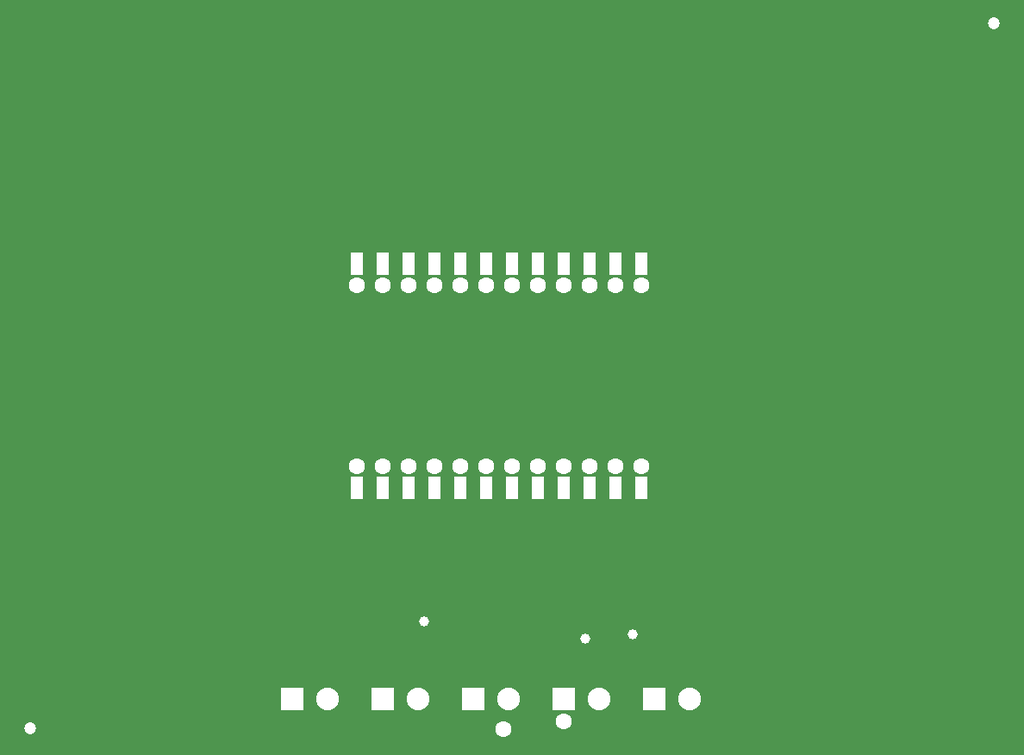
<source format=gts>
G04 EAGLE Gerber RS-274X export*
G75*
%MOMM*%
%FSLAX34Y34*%
%LPD*%
%INSoldermask Top*%
%IPNEG*%
%AMOC8*
5,1,8,0,0,1.08239X$1,22.5*%
G01*
%ADD10C,1.603200*%
%ADD11R,1.203200X2.203200*%
%ADD12C,1.203200*%
%ADD13R,2.235200X2.235200*%
%ADD14C,2.235200*%
%ADD15C,1.003200*%


D10*
X381000Y292100D03*
X406400Y292100D03*
X431800Y292100D03*
X457200Y292100D03*
X482600Y292100D03*
X508000Y292100D03*
X533400Y292100D03*
X558800Y292100D03*
X584200Y292100D03*
X609600Y292100D03*
X635000Y292100D03*
X381000Y469900D03*
X406400Y469900D03*
X431800Y469900D03*
X457200Y469900D03*
X482600Y469900D03*
X508000Y469900D03*
X533400Y469900D03*
X558800Y469900D03*
X584200Y469900D03*
X609600Y469900D03*
X635000Y469900D03*
X355600Y292100D03*
X355600Y469900D03*
D11*
X355600Y270700D03*
X381000Y270700D03*
X406400Y270700D03*
X431800Y270700D03*
X457200Y270700D03*
X482600Y270700D03*
X508000Y270700D03*
X533400Y270700D03*
X558800Y270700D03*
X584200Y270700D03*
X609600Y270700D03*
X635000Y270700D03*
X355600Y491300D03*
X381000Y491300D03*
X406400Y491300D03*
X431800Y491300D03*
X457200Y491300D03*
X482600Y491300D03*
X508000Y491300D03*
X533400Y491300D03*
X558800Y491300D03*
X584200Y491300D03*
X609600Y491300D03*
X635000Y491300D03*
D12*
X35000Y35000D03*
X981000Y727000D03*
D13*
X292100Y63500D03*
D14*
X327100Y63500D03*
D13*
X381000Y63500D03*
D14*
X416000Y63500D03*
D13*
X469900Y63500D03*
D14*
X504900Y63500D03*
D13*
X558800Y63500D03*
D14*
X593800Y63500D03*
D13*
X647700Y63500D03*
D14*
X682700Y63500D03*
D15*
X579736Y123190D03*
X626110Y127000D03*
X421640Y139700D03*
D10*
X558800Y41910D03*
X499110Y34290D03*
M02*

</source>
